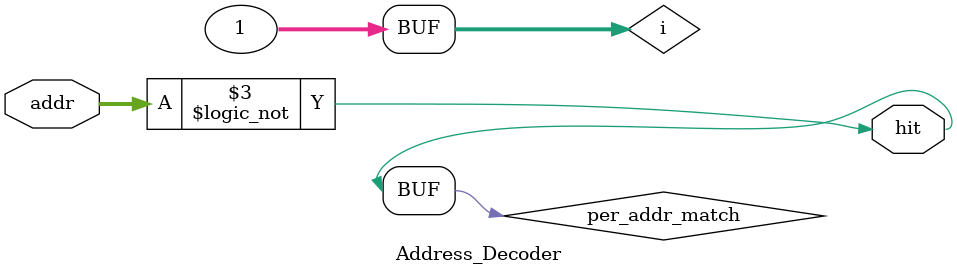
<source format=v>


// Checks if the address lies between the base and (higher, inclusive) bound of a range.

// Checks if the input address matches each possible address in the range,
// then outputs the bitwise OR of all these checks.  Some boolean algebra
// shows that it will always optimize down to a minimal form: any bits which
// iterate over their entire binary range become boolean "don't care", leaving
// the other bits to do the match. Thus, for aligned power of 2 address
// ranges, we get the minimal NOT-AND-gate decoder.

// This approach has one caveat: you may have to test, at synthesis time, up
// to all 2^N possible addresses, and store the matches into a vector 2^N bits
// long.  This could take a long time and AFAIK, Verilog implementations have
// a maximum vector width of a few million, so this decoder will break for
// address ranges more than 20-23 bits wide.

// Call it a synthesizer stress-test. ;)

// Even if your CAD tool can handle huge vectors, because we use an int as
// counter, this decoder cannot be guaranteed to work for address ranges
// exceeding 32 bits.

module Address_Decoder
#(
    parameter       ADDR_WIDTH          = 0,
    parameter       ADDR_BASE           = 0,
    parameter       ADDR_BOUND          = 0
)
(
    input   wire    [ADDR_WIDTH-1:0]    addr,
    output  reg                         hit 
);
    localparam ADDR_COUNT = ADDR_BOUND - ADDR_BASE + 1;

    integer                     i;
    reg     [ADDR_COUNT-1:0]    per_addr_match = 0;

    // Check each address in range for match
    always @(*) begin
        for(i = ADDR_BASE; i <= ADDR_BOUND; i = i + 1) begin : addr_decode
            per_addr_match[i] <= (addr == i);
        end
    end

    // Do any of them match?
    always @(*) begin : is_hit
        hit <= | per_addr_match;
    end 
endmodule


</source>
